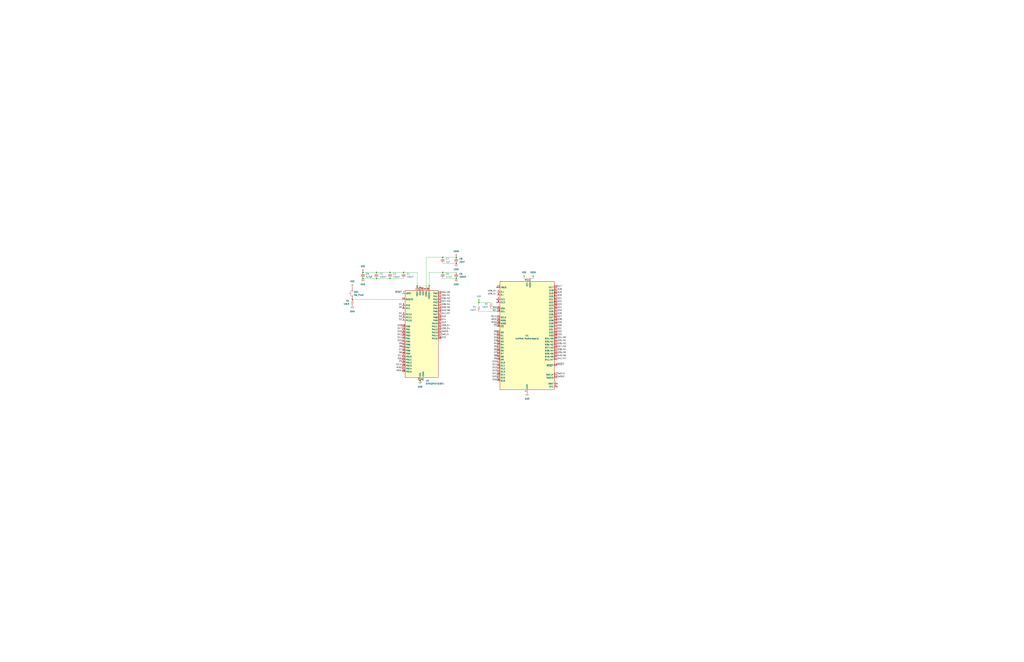
<source format=kicad_sch>
(kicad_sch (version 20231120) (generator "eeschema") (generator_version "8.0")
  (paper "D")
  (lib_symbols
    (symbol "Device:C_Small" (pin_numbers hide) (pin_names (offset 0.254) hide)
      (property "Reference" "C" (at 0.254 1.778 0))
      (property "Value" "C_Small" (at 0.254 -2.032 0))
      (symbol "C_Small_0_1"
        (polyline (pts (xy -1.524 -0.508) (xy 1.524 -0.508)) (stroke (width 0.3302)))
        (polyline (pts (xy -1.524 0.508) (xy 1.524 0.508)) (stroke (width 0.3048)))
      )
      (symbol "C_Small_1_1"
        (pin passive line (at 0 2.54 270) (length 2.032) (name "~") (number "1"))
        (pin passive line (at 0 -2.54 90) (length 2.032) (name "~") (number "2"))
      )
    )
    (symbol "Device:R_Small_US" (pin_numbers hide) (pin_names (offset 0.254) hide)
      (property "Reference" "R" (at 0.762 0.508 0))
      (property "Value" "R_Small_US" (at 0.762 -1.016 0))
      (symbol "R_Small_US_1_1"
        (polyline (pts (xy 0 0) (xy 1.016 -0.381) (xy 0 -0.762) (xy -1.016 -1.143) (xy 0 -1.524)))
        (polyline (pts (xy 0 1.524) (xy 1.016 1.143) (xy 0 0.762) (xy -1.016 0.381) (xy 0 0)))
        (pin passive line (at 0 2.54 270) (length 1.016) (name "~") (number "1"))
        (pin passive line (at 0 -2.54 90) (length 1.016) (name "~") (number "2"))
      )
    )
    (symbol "MCU_ST_STM32F0:STM32F072C8Tx"
      (property "Reference" "U" (at -12.7 39.37 0))
      (property "Value" "STM32F072C8Tx" (at 10.16 39.37 0))
      (symbol "STM32F072C8Tx_0_1"
        (rectangle (start -12.7 -35.56) (end 15.24 38.1) (stroke (width 0.254)) (fill (type background)))
      )
      (symbol "STM32F072C8Tx_1_1"
        (pin power_in line (at -2.54 40.64 270) (length 2.54) (name "VBAT") (number "1"))
        (pin bidirectional line (at 17.78 35.56 180) (length 2.54) (name "PA0") (number "10"))
        (pin bidirectional line (at 17.78 33.02 180) (length 2.54) (name "PA1") (number "11"))
        (pin bidirectional line (at 17.78 30.48 180) (length 2.54) (name "PA2") (number "12"))
        (pin bidirectional line (at 17.78 27.94 180) (length 2.54) (name "PA3") (number "13"))
        (pin bidirectional line (at 17.78 25.4 180) (length 2.54) (name "PA4") (number "14"))
        (pin bidirectional line (at 17.78 22.86 180) (length 2.54) (name "PA5") (number "15"))
        (pin bidirectional line (at 17.78 20.32 180) (length 2.54) (name "PA6") (number "16"))
        (pin bidirectional line (at 17.78 17.78 180) (length 2.54) (name "PA7") (number "17"))
        (pin bidirectional line (at -15.24 7.62 0) (length 2.54) (name "PB0") (number "18"))
        (pin bidirectional line (at -15.24 5.08 0) (length 2.54) (name "PB1") (number "19"))
        (pin bidirectional line (at -15.24 17.78 0) (length 2.54) (name "PC13") (number "2"))
        (pin bidirectional line (at -15.24 2.54 0) (length 2.54) (name "PB2") (number "20"))
        (pin bidirectional line (at -15.24 -17.78 0) (length 2.54) (name "PB10") (number "21"))
        (pin bidirectional line (at -15.24 -20.32 0) (length 2.54) (name "PB11") (number "22"))
        (pin power_in line (at 0 -38.1 90) (length 2.54) (name "VSS") (number "23"))
        (pin power_in line (at 0 40.64 270) (length 2.54) (name "VDD") (number "24"))
        (pin bidirectional line (at -15.24 -22.86 0) (length 2.54) (name "PB12") (number "25"))
        (pin bidirectional line (at -15.24 -25.4 0) (length 2.54) (name "PB13") (number "26"))
        (pin bidirectional line (at -15.24 -27.94 0) (length 2.54) (name "PB14") (number "27"))
        (pin bidirectional line (at -15.24 -30.48 0) (length 2.54) (name "PB15") (number "28"))
        (pin bidirectional line (at 17.78 15.24 180) (length 2.54) (name "PA8") (number "29"))
        (pin bidirectional line (at -15.24 15.24 0) (length 2.54) (name "PC14") (number "3"))
        (pin bidirectional line (at 17.78 12.7 180) (length 2.54) (name "PA9") (number "30"))
        (pin bidirectional line (at 17.78 10.16 180) (length 2.54) (name "PA10") (number "31"))
        (pin bidirectional line (at 17.78 7.62 180) (length 2.54) (name "PA11") (number "32"))
        (pin bidirectional line (at 17.78 5.08 180) (length 2.54) (name "PA12") (number "33"))
        (pin bidirectional line (at 17.78 2.54 180) (length 2.54) (name "PA13") (number "34"))
        (pin passive line (at 0 -38.1 90) (length 2.54) hide (name "VSS") (number "35"))
        (pin power_in line (at 7.62 40.64 270) (length 2.54) (name "VDDIO2") (number "36"))
        (pin bidirectional line (at 17.78 0 180) (length 2.54) (name "PA14") (number "37"))
        (pin bidirectional line (at 17.78 -2.54 180) (length 2.54) (name "PA15") (number "38"))
        (pin bidirectional line (at -15.24 0 0) (length 2.54) (name "PB3") (number "39"))
        (pin bidirectional line (at -15.24 12.7 0) (length 2.54) (name "PC15") (number "4"))
        (pin bidirectional line (at -15.24 -2.54 0) (length 2.54) (name "PB4") (number "40"))
        (pin bidirectional line (at -15.24 -5.08 0) (length 2.54) (name "PB5") (number "41"))
        (pin bidirectional line (at -15.24 -7.62 0) (length 2.54) (name "PB6") (number "42"))
        (pin bidirectional line (at -15.24 -10.16 0) (length 2.54) (name "PB7") (number "43"))
        (pin input line (at -15.24 30.48 0) (length 2.54) (name "BOOT0") (number "44"))
        (pin bidirectional line (at -15.24 -12.7 0) (length 2.54) (name "PB8") (number "45"))
        (pin bidirectional line (at -15.24 -15.24 0) (length 2.54) (name "PB9") (number "46"))
        (pin passive line (at 0 -38.1 90) (length 2.54) hide (name "VSS") (number "47"))
        (pin power_in line (at 2.54 40.64 270) (length 2.54) (name "VDD") (number "48"))
        (pin bidirectional line (at -15.24 25.4 0) (length 2.54) (name "PF0") (number "5"))
        (pin bidirectional line (at -15.24 22.86 0) (length 2.54) (name "PF1") (number "6"))
        (pin input line (at -15.24 35.56 0) (length 2.54) (name "NRST") (number "7"))
        (pin power_in line (at 2.54 -38.1 90) (length 2.54) (name "VSSA") (number "8"))
        (pin power_in line (at 5.08 40.64 270) (length 2.54) (name "VDDA") (number "9"))
      )
    )
    (symbol "Switch:SW_Push" (pin_numbers hide) (pin_names (offset 1.016) hide)
      (property "Reference" "SW" (at 1.27 2.54 0))
      (property "Value" "SW_Push" (at 0 -1.524 0))
      (symbol "SW_Push_0_1"
        (circle (center -2.032 0) (radius 0.508))
        (polyline (pts (xy 0 1.27) (xy 0 3.048)))
        (polyline (pts (xy 2.54 1.27) (xy -2.54 1.27)))
        (circle (center 2.032 0) (radius 0.508))
        (pin passive line (at -5.08 0 0) (length 2.54) (name "1") (number "1"))
        (pin passive line (at 5.08 0 180) (length 2.54) (name "2") (number "2"))
      )
    )
    (symbol "UnifiedMotherboard:UnifiedMotherboard"
      (property "Reference" "U" (at 0 0 0))
      (property "Value" "Unified Motherboard" (at 0 -2.54 0))
      (symbol "UnifiedMotherboard_0_1"
        (rectangle (start -22.86 45.72) (end 22.86 -45.72) (stroke (width 0.254)) (fill (type background)))
      )
      (symbol "UnifiedMotherboard_1_0"
        (pin passive line (at -25.4 40.64 0) (length 2.54) hide (name "VBUS") (number "14"))
        (pin passive line (at 25.4 -40.64 180) (length 2.54) hide (name "VBAT") (number "3"))
        (pin power_in line (at 0 48.26 270) (length 2.54) (name "VCC") (number "9"))
        (pin passive line (at 0 -48.26 90) (length 2.54) hide (name "MP") (number "MP"))
      )
      (symbol "UnifiedMotherboard_1_1"
        (pin power_in line (at 25.4 -40.64 180) (length 2.54) (name "VBAT") (number "1"))
        (pin passive line (at 0 -48.26 90) (length 2.54) hide (name "GND") (number "10"))
        (pin power_out line (at 2.54 48.26 270) (length 2.54) (name "VDDA") (number "11"))
        (pin power_in line (at -25.4 40.64 0) (length 2.54) (name "VBUS") (number "12"))
        (pin passive line (at 0 -48.26 90) (length 2.54) hide (name "GND") (number "13"))
        (pin bidirectional line (at 25.4 -35.56 180) (length 2.54) (name "SWDIO") (number "15"))
        (pin passive line (at 0 -48.26 90) (length 2.54) hide (name "GND") (number "16"))
        (pin bidirectional line (at 25.4 -33.02 180) (length 2.54) (name "SWCLK") (number "17"))
        (pin output line (at -25.4 20.32 0) (length 2.54) (name "SCL") (number "18"))
        (pin bidirectional line (at 25.4 -25.4 180) (length 2.54) (name "~{RESET}") (number "19"))
        (pin bidirectional line (at -25.4 30.48 0) (length 2.54) (name "CC1") (number "2"))
        (pin bidirectional line (at -25.4 22.86 0) (length 2.54) (name "SDA") (number "20"))
        (pin bidirectional line (at 25.4 -20.32 180) (length 2.54) (name "D41/A7") (number "21"))
        (pin passive line (at 0 -48.26 90) (length 2.54) hide (name "GND") (number "22"))
        (pin bidirectional line (at 25.4 -17.78 180) (length 2.54) (name "D40/A6") (number "23"))
        (pin output line (at -25.4 15.24 0) (length 2.54) (name "SCLK") (number "24"))
        (pin bidirectional line (at 25.4 -15.24 180) (length 2.54) (name "D39/A5") (number "25"))
        (pin output line (at -25.4 12.7 0) (length 2.54) (name "MOSI") (number "26"))
        (pin bidirectional line (at 25.4 -12.7 180) (length 2.54) (name "D38/A4") (number "27"))
        (pin input line (at -25.4 10.16 0) (length 2.54) (name "MISO") (number "28"))
        (pin bidirectional line (at 25.4 -10.16 180) (length 2.54) (name "D37/A3") (number "29"))
        (pin output line (at -25.4 7.62 0) (length 2.54) (name "~{CS}") (number "30"))
        (pin bidirectional line (at 25.4 38.1 180) (length 2.54) (name "D18") (number "31"))
        (pin bidirectional line (at 25.4 -7.62 180) (length 2.54) (name "D36/A2") (number "32"))
        (pin bidirectional line (at 25.4 40.64 180) (length 2.54) (name "D17") (number "33"))
        (pin bidirectional line (at 25.4 -5.08 180) (length 2.54) (name "D35/A1") (number "34"))
        (pin bidirectional line (at -25.4 -38.1 0) (length 2.54) (name "D16") (number "35"))
        (pin bidirectional line (at 25.4 -2.54 180) (length 2.54) (name "D34/A0") (number "36"))
        (pin bidirectional line (at -25.4 -35.56 0) (length 2.54) (name "D15") (number "37"))
        (pin bidirectional line (at 25.4 0 180) (length 2.54) (name "D33") (number "38"))
        (pin bidirectional line (at -25.4 -33.02 0) (length 2.54) (name "D14") (number "39"))
        (pin bidirectional line (at -25.4 36.83 0) (length 2.54) (name "D+") (number "4"))
        (pin bidirectional line (at 25.4 2.54 180) (length 2.54) (name "D32") (number "40"))
        (pin bidirectional line (at -25.4 -30.48 0) (length 2.54) (name "D13") (number "41"))
        (pin bidirectional line (at 25.4 5.08 180) (length 2.54) (name "D31") (number "42"))
        (pin bidirectional line (at -25.4 -27.94 0) (length 2.54) (name "D12") (number "43"))
        (pin bidirectional line (at 25.4 7.62 180) (length 2.54) (name "D30") (number "44"))
        (pin bidirectional line (at -25.4 -25.4 0) (length 2.54) (name "D11") (number "45"))
        (pin bidirectional line (at 25.4 10.16 180) (length 2.54) (name "D29") (number "46"))
        (pin bidirectional line (at -25.4 -22.86 0) (length 2.54) (name "D10") (number "47"))
        (pin bidirectional line (at 25.4 12.7 180) (length 2.54) (name "D28") (number "48"))
        (pin bidirectional line (at -25.4 -20.32 0) (length 2.54) (name "D9") (number "49"))
        (pin passive line (at 25.4 -43.18 180) (length 2.54) (name "NTC") (number "5"))
        (pin bidirectional line (at 25.4 15.24 180) (length 2.54) (name "D27") (number "50"))
        (pin bidirectional line (at -25.4 -17.78 0) (length 2.54) (name "D8") (number "51"))
        (pin bidirectional line (at 25.4 17.78 180) (length 2.54) (name "D26") (number "52"))
        (pin bidirectional line (at -25.4 -15.24 0) (length 2.54) (name "D7") (number "53"))
        (pin bidirectional line (at 25.4 20.32 180) (length 2.54) (name "D25") (number "54"))
        (pin bidirectional line (at -25.4 -12.7 0) (length 2.54) (name "D6") (number "55"))
        (pin bidirectional line (at 25.4 22.86 180) (length 2.54) (name "D24") (number "56"))
        (pin bidirectional line (at -25.4 -10.16 0) (length 2.54) (name "D5") (number "57"))
        (pin bidirectional line (at 25.4 25.4 180) (length 2.54) (name "D23") (number "58"))
        (pin bidirectional line (at -25.4 -7.62 0) (length 2.54) (name "D4") (number "59"))
        (pin bidirectional line (at -25.4 34.29 0) (length 2.54) (name "D-") (number "6"))
        (pin bidirectional line (at 25.4 27.94 180) (length 2.54) (name "D22") (number "60"))
        (pin bidirectional line (at -25.4 -5.08 0) (length 2.54) (name "D3") (number "61"))
        (pin bidirectional line (at 25.4 30.48 180) (length 2.54) (name "D21") (number "62"))
        (pin bidirectional line (at -25.4 -2.54 0) (length 2.54) (name "D2") (number "63"))
        (pin bidirectional line (at 25.4 33.02 180) (length 2.54) (name "D20") (number "64"))
        (pin bidirectional line (at -25.4 0 0) (length 2.54) (name "D1") (number "65"))
        (pin bidirectional line (at 25.4 35.56 180) (length 2.54) (name "D19") (number "66"))
        (pin bidirectional line (at -25.4 2.54 0) (length 2.54) (name "D0") (number "67"))
        (pin power_in line (at 0 -48.26 90) (length 2.54) (name "GND") (number "7"))
        (pin bidirectional line (at -25.4 27.94 0) (length 2.54) (name "CC2") (number "8"))
      )
    )
    (symbol "power:GND" (power) (pin_numbers hide) (pin_names (offset 0) hide)
      (property "Value" "GND" (at 0 -3.81 0))
      (symbol "GND_0_1"
        (polyline (pts (xy 0 0) (xy 0 -1.27) (xy 1.27 -1.27) (xy 0 -2.54) (xy -1.27 -1.27) (xy 0 -1.27)))
      )
      (symbol "GND_1_1"
        (pin power_in line (at 0 0 270) (length 0) (name "~") (number "1"))
      )
    )
    (symbol "power:VDD" (power) (pin_numbers hide) (pin_names (offset 0) hide)
      (property "Value" "VDD" (at 0 3.556 0))
      (symbol "VDD_0_1"
        (polyline (pts (xy -0.762 1.27) (xy 0 2.54)))
        (polyline (pts (xy 0 0) (xy 0 2.54)))
        (polyline (pts (xy 0 2.54) (xy 0.762 1.27)))
      )
      (symbol "VDD_1_1"
        (pin power_in line (at 0 0 90) (length 0) (name "~") (number "1"))
      )
    )
    (symbol "power:VDDA" (power) (pin_numbers hide) (pin_names (offset 0) hide)
      (property "Value" "VDDA" (at 0 3.556 0))
      (symbol "VDDA_0_1"
        (polyline (pts (xy -0.762 1.27) (xy 0 2.54)))
        (polyline (pts (xy 0 0) (xy 0 2.54)))
        (polyline (pts (xy 0 2.54) (xy 0.762 1.27)))
      )
      (symbol "VDDA_1_1"
        (pin power_in line (at 0 0 90) (length 0) (name "~") (number "1"))
      )
    )
  )
  (junction (at 354.33 242.57))
  (junction (at 297.18 252.73))
  (junction (at 354.33 321.31))
  (junction (at 306.07 234.95))
  (junction (at 384.81 222.25))
  (junction (at 306.07 229.87))
  (junction (at 373.38 229.87))
  (junction (at 351.79 241.3))
  (junction (at 351.79 242.57))
  (junction (at 384.81 234.95))
  (junction (at 384.81 217.17))
  (junction (at 317.5 229.87))
  (junction (at 361.95 241.3))
  (junction (at 340.36 229.87))
  (junction (at 328.93 234.95))
  (junction (at 403.86 255.27))
  (junction (at 317.5 234.95))
  (junction (at 373.38 217.17))
  (junction (at 328.93 229.87))
  (no_connect (at 419.1 252.73))
  (no_connect (at 419.1 242.57))
  (no_connect (at 469.9 323.85))
  (no_connect (at 419.1 255.27))
  (no_connect (at 469.9 326.39))
  (wire (pts (xy 361.95 229.87) (xy 373.38 229.87)))
  (wire (pts (xy 306.07 234.95) (xy 317.5 234.95)))
  (wire (pts (xy 351.79 241.3) (xy 351.79 242.57)))
  (wire (pts (xy 403.86 255.27) (xy 403.86 257.81)))
  (wire (pts (xy 361.95 229.87) (xy 361.95 241.3)))
  (wire (pts (xy 359.41 217.17) (xy 359.41 242.57)))
  (wire (pts (xy 328.93 234.95) (xy 340.36 234.95)))
  (wire (pts (xy 351.79 242.57) (xy 354.33 242.57)))
  (wire (pts (xy 354.33 321.31) (xy 356.87 321.31)))
  (wire (pts (xy 403.86 262.89) (xy 419.1 262.89)))
  (wire (pts (xy 340.36 229.87) (xy 351.79 229.87)))
  (wire (pts (xy 351.79 241.3) (xy 361.95 241.3)) (stroke (width 0) (type dash)))
  (wire (pts (xy 359.41 217.17) (xy 373.38 217.17)))
  (wire (pts (xy 306.07 229.87) (xy 317.5 229.87)))
  (wire (pts (xy 403.86 255.27) (xy 414.02 255.27)))
  (wire (pts (xy 328.93 229.87) (xy 340.36 229.87)))
  (wire (pts (xy 317.5 229.87) (xy 328.93 229.87)))
  (wire (pts (xy 317.5 234.95) (xy 328.93 234.95)))
  (wire (pts (xy 444.5 234.95) (xy 441.96 234.95)))
  (wire (pts (xy 354.33 242.57) (xy 356.87 242.57)))
  (wire (pts (xy 373.38 229.87) (xy 384.81 229.87)))
  (wire (pts (xy 361.95 241.3) (xy 361.95 242.57)))
  (wire (pts (xy 414.02 260.35) (xy 419.1 260.35)))
  (wire (pts (xy 297.18 252.73) (xy 339.09 252.73)))
  (wire (pts (xy 351.79 229.87) (xy 351.79 241.3)))
  (wire (pts (xy 373.38 222.25) (xy 384.81 222.25)))
  (wire (pts (xy 373.38 217.17) (xy 384.81 217.17)))
  (wire (pts (xy 447.04 234.95) (xy 449.58 234.95)))
  (wire (pts (xy 373.38 234.95) (xy 384.81 234.95)))
  (label "SDA" (at 419.1 260.35 180))
  (label "D25" (at 469.9 262.89 0))
  (label "D15" (at 372.11 267.97 0))
  (label "D1" (at 419.1 283.21 180))
  (label "D11" (at 419.1 308.61 180))
  (label "D8" (at 339.09 293.37 180))
  (label "D37/A3" (at 372.11 255.27 0))
  (label "~{RESET}" (at 339.09 247.65 180))
  (label "D12" (at 339.09 283.21 180))
  (label "D16" (at 419.1 321.31 180))
  (label "D32" (at 469.9 280.67 0))
  (label "D40/A6" (at 469.9 300.99 0))
  (label "D36/A2" (at 372.11 252.73 0))
  (label "D39/A5" (at 372.11 260.35 0))
  (label "D38/A4" (at 372.11 257.81 0))
  (label "D26" (at 469.9 265.43 0))
  (label "D13" (at 372.11 285.75 0))
  (label "SWCLK" (at 469.9 316.23 0))
  (label "~{CS}" (at 339.09 306.07 180))
  (label "USB_D+" (at 372.11 278.13 0))
  (label "D7" (at 339.09 295.91 180))
  (label "D13" (at 419.1 313.69 180))
  (label "SCLK" (at 339.09 308.61 180))
  (label "D2" (at 339.09 270.51 180))
  (label "SWDIO" (at 469.9 318.77 0))
  (label "D12" (at 419.1 311.15 180))
  (label "MOSI" (at 419.1 270.51 180))
  (label "D2" (at 419.1 285.75 180))
  (label "D8" (at 419.1 300.99 180))
  (label "D19" (at 469.9 247.65 0))
  (label "D39/A5" (at 469.9 298.45 0))
  (label "D9" (at 419.1 303.53 180))
  (label "D23" (at 469.9 257.81 0))
  (label "D28" (at 469.9 270.51 0))
  (label "~{RESET}" (at 469.9 308.61 0))
  (label "SCL" (at 339.09 300.99 180))
  (label "D36/A2" (at 469.9 290.83 0))
  (label "D17" (at 339.09 278.13 180))
  (label "D33" (at 469.9 283.21 0))
  (label "D22" (at 469.9 255.27 0))
  (label "D7" (at 419.1 298.45 180))
  (label "USB_D+" (at 419.1 246.38 180))
  (label "D6" (at 419.1 295.91 180))
  (label "D3" (at 419.1 288.29 180))
  (label "D24" (at 469.9 260.35 0))
  (label "D34/A0" (at 372.11 247.65 0))
  (label "D41/A7" (at 469.9 303.53 0))
  (label "USB_D-" (at 419.1 248.92 180))
  (label "MISO" (at 419.1 273.05 180))
  (label "D38/A4" (at 469.9 295.91 0))
  (label "~{CS}" (at 419.1 275.59 180))
  (label "D14" (at 419.1 316.23 180))
  (label "D37/A3" (at 469.9 293.37 0))
  (label "D10" (at 339.09 288.29 180))
  (label "D4" (at 339.09 265.43 180))
  (label "SCLK" (at 419.1 267.97 180))
  (label "D40/A6" (at 372.11 262.89 0))
  (label "D11" (at 339.09 285.75 180))
  (label "D35/A1" (at 372.11 250.19 0))
  (label "SDA" (at 339.09 303.53 180))
  (label "D5" (at 419.1 293.37 180))
  (label "USB_D-" (at 372.11 275.59 0))
  (label "SWCLK" (at 372.11 283.21 0))
  (label "D41/A7" (at 372.11 265.43 0))
  (label "D34/A0" (at 469.9 285.75 0))
  (label "MISO" (at 339.09 311.15 180))
  (label "D4" (at 419.1 290.83 180))
  (label "D3" (at 339.09 267.97 180))
  (label "D1" (at 339.09 257.81 180))
  (label "D6" (at 339.09 298.45 180))
  (label "D9" (at 339.09 290.83 180))
  (label "D27" (at 469.9 267.97 0))
  (label "D18" (at 339.09 275.59 180))
  (label "D35/A1" (at 469.9 288.29 0))
  (label "D13" (at 372.11 273.05 0))
  (label "D14" (at 372.11 270.51 0))
  (label "D31" (at 469.9 278.13 0))
  (label "SWDIO" (at 372.11 280.67 0))
  (label "D0" (at 419.1 280.67 180))
  (label "SCL" (at 419.1 262.89 180))
  (label "MOSI" (at 339.09 313.69 180))
  (label "D18" (at 469.9 245.11 0))
  (label "D10" (at 419.1 306.07 180))
  (label "D20" (at 469.9 250.19 0))
  (label "D30" (at 469.9 275.59 0))
  (label "D16" (at 339.09 280.67 180))
  (label "D17" (at 469.9 242.57 0))
  (label "D15" (at 419.1 318.77 180))
  (label "D21" (at 469.9 252.73 0))
  (label "D0" (at 339.09 260.35 180))
  (label "D29" (at 469.9 273.05 0))
  (symbol (lib_id "Device:C_Small") (at 373.38 219.71 0) (mirror y) (unit 1)
    (property "Reference" "C7" (at 375.92 218.4462 0) (effects (justify right)))
    (property "Value" "1uF" (at 375.92 220.9862 0) (effects (justify right)))
    (property "Footprint" "Capacitor_SMD:C_0402_1005Metric" (effects (hide yes)))
    (property "Description" "Unpolarized capacitor, small symbol" (effects (hide yes)))
    (property "LCSC" "C52923" (effects (hide yes)))
  )
  (symbol (lib_id "Device:R_Small_US") (at 414.02 257.81 0) (unit 1)
    (property "Reference" "R2" (at 411.48 256.5399 0) (effects (justify right)))
    (property "Value" "10kR" (at 411.48 259.0799 0) (effects (justify right)))
    (property "Footprint" "Resistor_SMD:R_0402_1005Metric" (effects (hide yes)))
    (property "Description" "Resistor, small US symbol" (effects (hide yes)))
    (property "LCSC" "C25744" (effects (hide yes)))
  )
  (symbol (lib_id "MCU_ST_STM32F0:STM32F072C8Tx") (at 354.33 283.21 0) (unit 1)
    (property "Reference" "U2" (at 359.0641 321.31 0) (effects (justify left)))
    (property "Value" "STM32F072C8Tx" (at 359.0641 323.85 0) (effects (justify left)))
    (property "Footprint" "Package_QFP:LQFP-48_7x7mm_P0.5mm" (effects (hide yes)))
    (property "Datasheet" "https://www.st.com/resource/en/datasheet/stm32f072c8.pdf" (effects (hide yes)))
    (property "Description" "STMicroelectronics Arm Cortex-M0 MCU, 64KB flash, 16KB RAM, 48 MHz, 2.0-3.6V, 37 GPIO, LQFP48" (effects (hide yes)))
    (property "LCSC" "C80488" (effects (hide yes)))
  )
  (symbol (lib_id "Device:C_Small") (at 373.38 232.41 0) (mirror y) (unit 1)
    (property "Reference" "C5" (at 375.92 231.1462 0) (effects (justify right)))
    (property "Value" "4.7uF" (at 375.92 233.6862 0) (effects (justify right)))
    (property "Footprint" "Capacitor_SMD:C_0805_2012Metric" (effects (hide yes)))
    (property "Description" "Unpolarized capacitor, small symbol" (effects (hide yes)))
    (property "LCSC" "C1779" (effects (hide yes)))
  )
  (symbol (lib_id "power:GND") (at 354.33 321.31 0) (unit 1)
    (property "Reference" "#PWR02" (effects (hide yes)))
    (property "Value" "GND" (at 354.33 326.39 0))
    (property "Description" "Power symbol creates a global label with name \"GND\" , ground" (effects (hide yes)))
  )
  (symbol (lib_id "power:GND") (at 384.81 222.25 0) (unit 1)
    (property "Reference" "#PWR09" (effects (hide yes)))
    (property "Value" "GND" (at 384.81 227.33 0))
    (property "Description" "Power symbol creates a global label with name \"GND\" , ground" (effects (hide yes)))
  )
  (symbol (lib_id "Device:C_Small") (at 317.5 232.41 0) (mirror y) (unit 1)
    (property "Reference" "C3" (at 320.04 231.1462 0) (effects (justify right)))
    (property "Value" "100nF" (at 320.04 233.6862 0) (effects (justify right)))
    (property "Footprint" "Capacitor_SMD:C_0402_1005Metric" (effects (hide yes)))
    (property "Description" "Unpolarized capacitor, small symbol" (effects (hide yes)))
    (property "LCSC" "C1525" (effects (hide yes)))
  )
  (symbol (lib_id "Device:C_Small") (at 306.07 232.41 0) (mirror y) (unit 1)
    (property "Reference" "C4" (at 308.61 231.1462 0) (effects (justify right)))
    (property "Value" "4.7uF" (at 308.61 233.6862 0) (effects (justify right)))
    (property "Footprint" "Capacitor_SMD:C_0805_2012Metric" (effects (hide yes)))
    (property "Description" "Unpolarized capacitor, small symbol" (effects (hide yes)))
    (property "LCSC" "C1779" (effects (hide yes)))
  )
  (symbol (lib_id "power:VDD") (at 403.86 255.27 0) (unit 1)
    (property "Reference" "#PWR012" (effects (hide yes)))
    (property "Value" "VDD" (at 403.86 250.19 0))
    (property "Description" "Power symbol creates a global label with name \"VDD\"" (effects (hide yes)))
  )
  (symbol (lib_id "power:VDD") (at 297.18 242.57 0) (unit 1)
    (property "Reference" "#PWR011" (effects (hide yes)))
    (property "Value" "VDD" (at 297.18 237.49 0))
    (property "Description" "Power symbol creates a global label with name \"VDD\"" (effects (hide yes)))
  )
  (symbol (lib_id "Device:R_Small_US") (at 297.18 255.27 0) (unit 1)
    (property "Reference" "R1" (at 294.64 253.9999 0) (effects (justify right)))
    (property "Value" "10kR" (at 294.64 256.5399 0) (effects (justify right)))
    (property "Footprint" "Resistor_SMD:R_0402_1005Metric" (effects (hide yes)))
    (property "Description" "Resistor, small US symbol" (effects (hide yes)))
    (property "LCSC" "C25744" (effects (hide yes)))
  )
  (symbol (lib_id "Switch:SW_Push") (at 297.18 247.65 90) (unit 1)
    (property "Reference" "SW1" (at 298.45 246.3799 90) (effects (justify right)))
    (property "Value" "SW_Push" (at 298.45 248.9199 90) (effects (justify right)))
    (property "Footprint" "Button_Switch_SMD:SW_Push_1P1T_NO_Vertical_Wuerth_434133025816" (effects (hide yes)))
    (property "Description" "Push button switch, generic, two pins" (effects (hide yes)))
    (property "LCSC" "C139797" (effects (hide yes)))
  )
  (symbol (lib_id "power:VDD") (at 441.96 234.95 0) (unit 1)
    (property "Reference" "#PWR04" (effects (hide yes)))
    (property "Value" "VDD" (at 441.96 229.87 0))
    (property "Description" "Power symbol creates a global label with name \"VDD\"" (effects (hide yes)))
  )
  (symbol (lib_id "power:GND") (at 384.81 234.95 0) (unit 1)
    (property "Reference" "#PWR08" (effects (hide yes)))
    (property "Value" "GND" (at 384.81 240.03 0))
    (property "Description" "Power symbol creates a global label with name \"GND\" , ground" (effects (hide yes)))
  )
  (symbol (lib_id "Device:C_Small") (at 328.93 232.41 0) (mirror y) (unit 1)
    (property "Reference" "C2" (at 331.47 231.1462 0) (effects (justify right)))
    (property "Value" "100nF" (at 331.47 233.6862 0) (effects (justify right)))
    (property "Footprint" "Capacitor_SMD:C_0402_1005Metric" (effects (hide yes)))
    (property "Description" "Unpolarized capacitor, small symbol" (effects (hide yes)))
    (property "LCSC" "C1525" (effects (hide yes)))
  )
  (symbol (lib_id "power:VDDA") (at 449.58 234.95 0) (unit 1)
    (property "Reference" "#PWR05" (effects (hide yes)))
    (property "Value" "VDDA" (at 449.58 229.87 0))
    (property "Description" "Power symbol creates a global label with name \"VDDA\"" (effects (hide yes)))
  )
  (symbol (lib_id "power:GND") (at 306.07 234.95 0) (unit 1)
    (property "Reference" "#PWR07" (effects (hide yes)))
    (property "Value" "GND" (at 306.07 240.03 0))
    (property "Description" "Power symbol creates a global label with name \"GND\" , ground" (effects (hide yes)))
  )
  (symbol (lib_id "Device:C_Small") (at 384.81 232.41 0) (mirror y) (unit 1)
    (property "Reference" "C6" (at 387.35 231.1462 0) (effects (justify right)))
    (property "Value" "100nF" (at 387.35 233.6862 0) (effects (justify right)))
    (property "Footprint" "Capacitor_SMD:C_0402_1005Metric" (effects (hide yes)))
    (property "Description" "Unpolarized capacitor, small symbol" (effects (hide yes)))
    (property "LCSC" "C1525" (effects (hide yes)))
  )
  (symbol (lib_id "Device:C_Small") (at 384.81 219.71 0) (mirror y) (unit 1)
    (property "Reference" "C8" (at 387.35 218.4462 0) (effects (justify right)))
    (property "Value" "10nF" (at 387.35 220.9862 0) (effects (justify right)))
    (property "Footprint" "Capacitor_SMD:C_0402_1005Metric" (effects (hide yes)))
    (property "Description" "Unpolarized capacitor, small symbol" (effects (hide yes)))
    (property "LCSC" "C15195" (effects (hide yes)))
  )
  (symbol (lib_id "UnifiedMotherboard:UnifiedMotherboard") (at 444.5 283.21 0) (unit 1)
    (property "Reference" "U1" (at 444.5 283.21 0))
    (property "Value" "Unified Motherboard" (at 444.5 285.75 0))
    (property "Footprint" "UnifiedMotherBoard-Connector_PCBEdge:UnifiedMotherboard" (effects (hide yes)))
  )
  (symbol (lib_id "power:GND") (at 297.18 257.81 0) (unit 1)
    (property "Reference" "#PWR010" (effects (hide yes)))
    (property "Value" "GND" (at 297.18 262.89 0))
    (property "Description" "Power symbol creates a global label with name \"GND\" , ground" (effects (hide yes)))
  )
  (symbol (lib_id "power:GND") (at 444.5 331.47 0) (unit 1)
    (property "Reference" "#PWR01" (effects (hide yes)))
    (property "Value" "GND" (at 444.5 336.55 0))
    (property "Description" "Power symbol creates a global label with name \"GND\" , ground" (effects (hide yes)))
  )
  (symbol (lib_id "power:VDDA") (at 384.81 217.17 0) (unit 1)
    (property "Reference" "#PWR06" (effects (hide yes)))
    (property "Value" "VDDA" (at 384.81 212.09 0))
    (property "Description" "Power symbol creates a global label with name \"VDDA\"" (effects (hide yes)))
  )
  (symbol (lib_id "power:VDD") (at 306.07 229.87 0) (unit 1)
    (property "Reference" "#PWR03" (effects (hide yes)))
    (property "Value" "VDD" (at 306.07 224.79 0))
    (property "Description" "Power symbol creates a global label with name \"VDD\"" (effects (hide yes)))
  )
  (symbol (lib_id "Device:C_Small") (at 340.36 232.41 0) (mirror y) (unit 1)
    (property "Reference" "C1" (at 342.9 231.1462 0) (effects (justify right)))
    (property "Value" "100nF" (at 342.9 233.6862 0) (effects (justify right)))
    (property "Footprint" "Capacitor_SMD:C_0402_1005Metric" (effects (hide yes)))
    (property "Description" "Unpolarized capacitor, small symbol" (effects (hide yes)))
    (property "LCSC" "C1525" (effects (hide yes)))
  )
  (symbol (lib_id "Device:R_Small_US") (at 403.86 260.35 0) (unit 1)
    (property "Reference" "R3" (at 401.32 259.0799 0) (effects (justify right)))
    (property "Value" "10kR" (at 401.32 261.6199 0) (effects (justify right)))
    (property "Footprint" "Resistor_SMD:R_0402_1005Metric" (effects (hide yes)))
    (property "Description" "Resistor, small US symbol" (effects (hide yes)))
    (property "LCSC" "C25744" (effects (hide yes)))
  )
)
</source>
